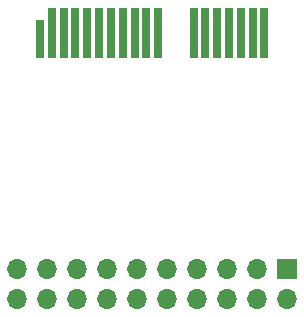
<source format=gbr>
%TF.GenerationSoftware,KiCad,Pcbnew,7.0.7-7.0.7~ubuntu22.04.1*%
%TF.CreationDate,2023-10-27T12:25:06+02:00*%
%TF.ProjectId,logic_probe,6c6f6769-635f-4707-926f-62652e6b6963,rev?*%
%TF.SameCoordinates,Original*%
%TF.FileFunction,Soldermask,Top*%
%TF.FilePolarity,Negative*%
%FSLAX46Y46*%
G04 Gerber Fmt 4.6, Leading zero omitted, Abs format (unit mm)*
G04 Created by KiCad (PCBNEW 7.0.7-7.0.7~ubuntu22.04.1) date 2023-10-27 12:25:06*
%MOMM*%
%LPD*%
G01*
G04 APERTURE LIST*
%ADD10R,1.700000X1.700000*%
%ADD11O,1.700000X1.700000*%
%ADD12R,0.700000X4.300000*%
%ADD13R,0.700000X3.200000*%
G04 APERTURE END LIST*
D10*
%TO.C,J2*%
X111435000Y-102350000D03*
D11*
X111435000Y-104890000D03*
X108895000Y-102350000D03*
X108895000Y-104890000D03*
X106355000Y-102350000D03*
X106355000Y-104890000D03*
X103815000Y-102350000D03*
X103815000Y-104890000D03*
X101275000Y-102350000D03*
X101275000Y-104890000D03*
X98735000Y-102350000D03*
X98735000Y-104890000D03*
X96195000Y-102350000D03*
X96195000Y-104890000D03*
X93655000Y-102350000D03*
X93655000Y-104890000D03*
X91115000Y-102350000D03*
X91115000Y-104890000D03*
X88575000Y-102350000D03*
X88575000Y-104890000D03*
%TD*%
D12*
%TO.C,J1*%
X109500000Y-82300000D03*
X108500000Y-82300000D03*
X107500000Y-82300000D03*
X106500000Y-82300000D03*
X105500000Y-82300000D03*
X104500000Y-82300000D03*
X103500000Y-82300000D03*
X100500000Y-82300000D03*
X99500000Y-82300000D03*
X98500000Y-82300000D03*
X97500000Y-82300000D03*
X96500000Y-82300000D03*
X95500000Y-82300000D03*
X94500000Y-82300000D03*
X93500000Y-82300000D03*
X92500000Y-82300000D03*
X91500000Y-82300000D03*
D13*
X90500000Y-82850000D03*
%TD*%
M02*

</source>
